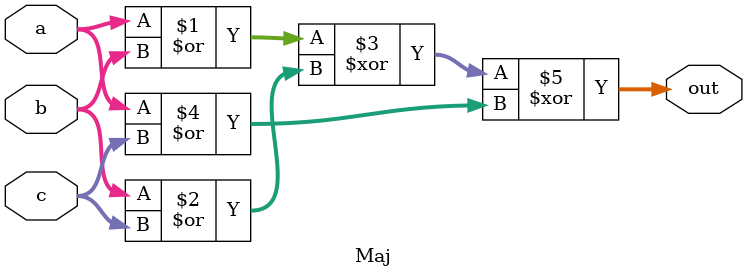
<source format=v>
module Maj(out,a,b,c);

    input [31:0] a,b,c;
    output [31:0] out;

    assign out = (a|b)^(b|c)^(a|c);

endmodule
</source>
